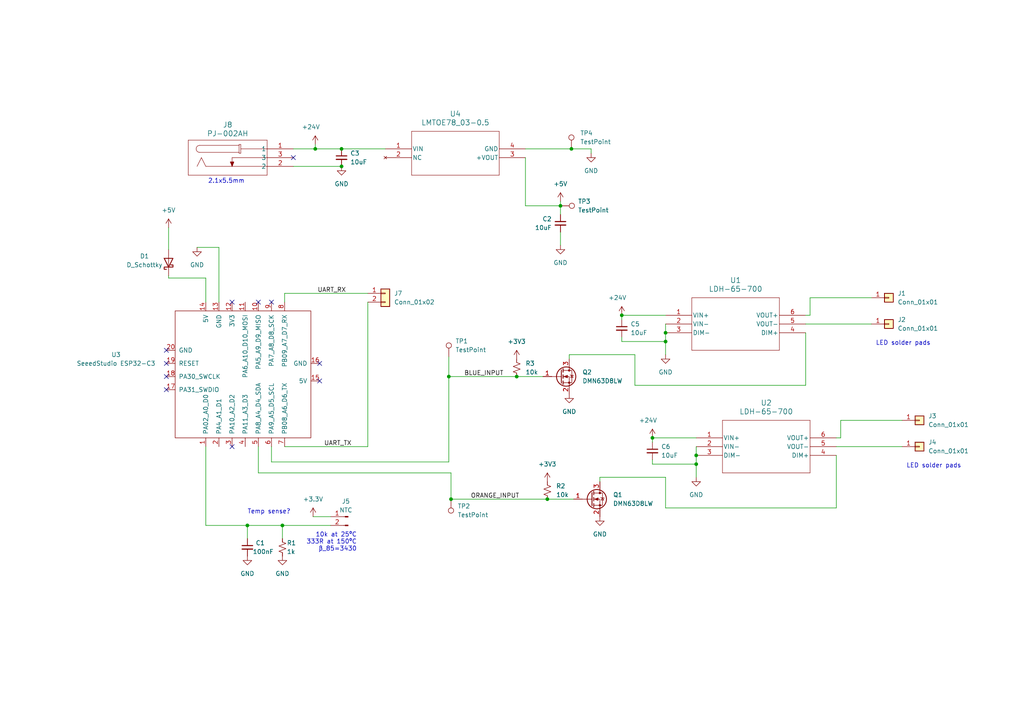
<source format=kicad_sch>
(kicad_sch (version 20230121) (generator eeschema)
  (paper "A4")
  (lib_symbols
    (symbol "Connector:Conn_01x02_Pin" (pin_names (offset 1.016) hide)
      (property "Reference" "J" (at 0 2.54 0))
      (property "Value" "Conn_01x02_Pin" (at 0 -5.08 0))
      (symbol "Conn_01x02_Pin_1_1"
        (polyline (pts (xy 1.27 -2.54) (xy 0.8636 -2.54)) (stroke (width 0.1524)))
        (polyline (pts (xy 1.27 0) (xy 0.8636 0)) (stroke (width 0.1524)))
        (rectangle (start 0.8636 -2.413) (end 0 -2.667) (stroke (width 0.1524)) (fill (type outline)))
        (rectangle (start 0.8636 0.127) (end 0 -0.127) (stroke (width 0.1524)) (fill (type outline)))
        (pin passive line (at 5.08 0 180) (length 3.81) (name "Pin_1") (number "1"))
        (pin passive line (at 5.08 -2.54 180) (length 3.81) (name "Pin_2") (number "2"))
      )
    )
    (symbol "Connector:TestPoint" (pin_numbers hide) (pin_names (offset 0.762) hide)
      (property "Reference" "TP" (at 0 6.858 0))
      (property "Value" "TestPoint" (at 0 5.08 0))
      (symbol "TestPoint_0_1"
        (circle (center 0 3.302) (radius 0.762))
      )
      (symbol "TestPoint_1_1"
        (pin passive line (at 0 0 90) (length 2.54) (name "1") (number "1"))
      )
    )
    (symbol "Connector_Generic:Conn_01x01" (pin_names (offset 1.016) hide)
      (property "Reference" "J" (at 0 2.54 0))
      (property "Value" "Conn_01x01" (at 0 -2.54 0))
      (symbol "Conn_01x01_1_1"
        (rectangle (start -1.27 0.127) (end 0 -0.127) (stroke (width 0.1524)))
        (rectangle (start -1.27 1.27) (end 1.27 -1.27) (stroke (width 0.254)) (fill (type background)))
        (pin passive line (at -5.08 0 0) (length 3.81) (name "Pin_1") (number "1"))
      )
    )
    (symbol "Connector_Generic:Conn_01x02" (pin_names (offset 1.016) hide)
      (property "Reference" "J" (at 0 2.54 0))
      (property "Value" "Conn_01x02" (at 0 -5.08 0))
      (symbol "Conn_01x02_1_1"
        (rectangle (start -1.27 -2.413) (end 0 -2.667) (stroke (width 0.1524)))
        (rectangle (start -1.27 0.127) (end 0 -0.127) (stroke (width 0.1524)))
        (rectangle (start -1.27 1.27) (end 1.27 -3.81) (stroke (width 0.254)) (fill (type background)))
        (pin passive line (at -5.08 0 0) (length 3.81) (name "Pin_1") (number "1"))
        (pin passive line (at -5.08 -2.54 0) (length 3.81) (name "Pin_2") (number "2"))
      )
    )
    (symbol "Device:C_Small" (pin_numbers hide) (pin_names (offset 0.254) hide)
      (property "Reference" "C" (at 0.254 1.778 0))
      (property "Value" "C_Small" (at 0.254 -2.032 0))
      (symbol "C_Small_0_1"
        (polyline (pts (xy -1.524 -0.508) (xy 1.524 -0.508)) (stroke (width 0.3302)))
        (polyline (pts (xy -1.524 0.508) (xy 1.524 0.508)) (stroke (width 0.3048)))
      )
      (symbol "C_Small_1_1"
        (pin passive line (at 0 2.54 270) (length 2.032) (name "~") (number "1"))
        (pin passive line (at 0 -2.54 90) (length 2.032) (name "~") (number "2"))
      )
    )
    (symbol "Device:D_Schottky" (pin_numbers hide) (pin_names (offset 1.016) hide)
      (property "Reference" "D" (at 0 2.54 0))
      (property "Value" "D_Schottky" (at 0 -2.54 0))
      (symbol "D_Schottky_0_1"
        (polyline (pts (xy 1.27 0) (xy -1.27 0)))
        (polyline (pts (xy 1.27 1.27) (xy 1.27 -1.27) (xy -1.27 0) (xy 1.27 1.27)) (stroke (width 0.254)))
        (polyline (pts (xy -1.905 0.635) (xy -1.905 1.27) (xy -1.27 1.27) (xy -1.27 -1.27) (xy -0.635 -1.27) (xy -0.635 -0.635)) (stroke (width 0.254)))
      )
      (symbol "D_Schottky_1_1"
        (pin passive line (at -3.81 0 0) (length 2.54) (name "K") (number "1"))
        (pin passive line (at 3.81 0 180) (length 2.54) (name "A") (number "2"))
      )
    )
    (symbol "Device:Q_NMOS_GSD" (pin_names (offset 0) hide)
      (property "Reference" "Q" (at 5.08 1.27 0))
      (property "Value" "Q_NMOS_GSD" (at 5.08 -1.27 0))
      (symbol "Q_NMOS_GSD_0_1"
        (polyline (pts (xy 0.254 0) (xy -2.54 0)))
        (polyline (pts (xy 0.254 1.905) (xy 0.254 -1.905)) (stroke (width 0.254)))
        (polyline (pts (xy 0.762 -1.27) (xy 0.762 -2.286)) (stroke (width 0.254)))
        (polyline (pts (xy 0.762 0.508) (xy 0.762 -0.508)) (stroke (width 0.254)))
        (polyline (pts (xy 0.762 2.286) (xy 0.762 1.27)) (stroke (width 0.254)))
        (polyline (pts (xy 2.54 2.54) (xy 2.54 1.778)))
        (polyline (pts (xy 2.54 -2.54) (xy 2.54 0) (xy 0.762 0)))
        (polyline (pts (xy 0.762 -1.778) (xy 3.302 -1.778) (xy 3.302 1.778) (xy 0.762 1.778)))
        (polyline (pts (xy 1.016 0) (xy 2.032 0.381) (xy 2.032 -0.381) (xy 1.016 0)) (fill (type outline)))
        (polyline (pts (xy 2.794 0.508) (xy 2.921 0.381) (xy 3.683 0.381) (xy 3.81 0.254)))
        (polyline (pts (xy 3.302 0.381) (xy 2.921 -0.254) (xy 3.683 -0.254) (xy 3.302 0.381)))
        (circle (center 1.651 0) (radius 2.794) (stroke (width 0.254)))
        (circle (center 2.54 -1.778) (radius 0.254) (fill (type outline)))
        (circle (center 2.54 1.778) (radius 0.254) (fill (type outline)))
      )
      (symbol "Q_NMOS_GSD_1_1"
        (pin input line (at -5.08 0 0) (length 2.54) (name "G") (number "1"))
        (pin passive line (at 2.54 -5.08 90) (length 2.54) (name "S") (number "2"))
        (pin passive line (at 2.54 5.08 270) (length 2.54) (name "D") (number "3"))
      )
    )
    (symbol "Device:R_Small_US" (pin_numbers hide) (pin_names (offset 0.254) hide)
      (property "Reference" "R" (at 0.762 0.508 0))
      (property "Value" "R_Small_US" (at 0.762 -1.016 0))
      (symbol "R_Small_US_1_1"
        (polyline (pts (xy 0 0) (xy 1.016 -0.381) (xy 0 -0.762) (xy -1.016 -1.143) (xy 0 -1.524)))
        (polyline (pts (xy 0 1.524) (xy 1.016 1.143) (xy 0 0.762) (xy -1.016 0.381) (xy 0 0)))
        (pin passive line (at 0 2.54 270) (length 1.016) (name "~") (number "1"))
        (pin passive line (at 0 -2.54 90) (length 1.016) (name "~") (number "2"))
      )
    )
    (symbol "power:+24V" (power) (pin_names (offset 0))
      (property "Value" "+24V" (at 0 3.556 0))
      (symbol "+24V_0_1"
        (polyline (pts (xy -0.762 1.27) (xy 0 2.54)))
        (polyline (pts (xy 0 0) (xy 0 2.54)))
        (polyline (pts (xy 0 2.54) (xy 0.762 1.27)))
      )
      (symbol "+24V_1_1"
        (pin power_in line (at 0 0 90) (length 0) hide (name "+24V") (number "1"))
      )
    )
    (symbol "power:+3.3V" (power) (pin_names (offset 0))
      (property "Value" "+3.3V" (at 0 3.556 0))
      (symbol "+3.3V_0_1"
        (polyline (pts (xy -0.762 1.27) (xy 0 2.54)))
        (polyline (pts (xy 0 0) (xy 0 2.54)))
        (polyline (pts (xy 0 2.54) (xy 0.762 1.27)))
      )
      (symbol "+3.3V_1_1"
        (pin power_in line (at 0 0 90) (length 0) hide (name "+3.3V") (number "1"))
      )
    )
    (symbol "power:+3V3" (power) (pin_names (offset 0))
      (property "Value" "+3V3" (at 0 3.556 0))
      (symbol "+3V3_0_1"
        (polyline (pts (xy -0.762 1.27) (xy 0 2.54)))
        (polyline (pts (xy 0 0) (xy 0 2.54)))
        (polyline (pts (xy 0 2.54) (xy 0.762 1.27)))
      )
      (symbol "+3V3_1_1"
        (pin power_in line (at 0 0 90) (length 0) hide (name "+3V3") (number "1"))
      )
    )
    (symbol "power:+5V" (power) (pin_names (offset 0))
      (property "Value" "+5V" (at 0 3.556 0))
      (symbol "+5V_0_1"
        (polyline (pts (xy -0.762 1.27) (xy 0 2.54)))
        (polyline (pts (xy 0 0) (xy 0 2.54)))
        (polyline (pts (xy 0 2.54) (xy 0.762 1.27)))
      )
      (symbol "+5V_1_1"
        (pin power_in line (at 0 0 90) (length 0) hide (name "+5V") (number "1"))
      )
    )
    (symbol "power:GND" (power) (pin_names (offset 0))
      (property "Value" "GND" (at 0 -3.81 0))
      (symbol "GND_0_1"
        (polyline (pts (xy 0 0) (xy 0 -1.27) (xy 1.27 -1.27) (xy 0 -2.54) (xy -1.27 -1.27) (xy 0 -1.27)))
      )
      (symbol "GND_1_1"
        (pin power_in line (at 0 0 270) (length 0) hide (name "GND") (number "1"))
      )
    )
    (symbol "sunlight_pcb:LDH-65-700" (pin_names (offset 0.254))
      (property "Reference" "U" (at 20.32 10.16 0))
      (property "Value" "LDH-65-700" (at 20.32 7.62 0))
      (symbol "LDH-65-700_0_1"
        (polyline (pts (xy 7.62 -10.16) (xy 33.02 -10.16)) (stroke (width 0.127)))
        (polyline (pts (xy 7.62 5.08) (xy 7.62 -10.16)) (stroke (width 0.127)))
        (polyline (pts (xy 33.02 -10.16) (xy 33.02 5.08)) (stroke (width 0.127)))
        (polyline (pts (xy 33.02 5.08) (xy 7.62 5.08)) (stroke (width 0.127)))
        (pin unspecified line (at 0 0 0) (length 7.62) (name "VIN+") (number "1"))
        (pin unspecified line (at 0 -2.54 0) (length 7.62) (name "VIN-") (number "2"))
        (pin unspecified line (at 0 -5.08 0) (length 7.62) (name "DIM-") (number "3"))
        (pin unspecified line (at 40.64 -5.08 180) (length 7.62) (name "DIM+") (number "4"))
        (pin unspecified line (at 40.64 -2.54 180) (length 7.62) (name "VOUT-") (number "5"))
        (pin unspecified line (at 40.64 0 180) (length 7.62) (name "VOUT+") (number "6"))
      )
    )
    (symbol "sunlight_pcb:LMTOE78_03-0.5" (pin_names (offset 0.254))
      (property "Reference" "U" (at 20.32 10.16 0))
      (property "Value" "LMTOE78_03-0.5" (at 20.32 7.62 0))
      (symbol "LMTOE78_03-0.5_0_1"
        (polyline (pts (xy 7.62 -7.62) (xy 33.02 -7.62)) (stroke (width 0.127)))
        (polyline (pts (xy 7.62 5.08) (xy 7.62 -7.62)) (stroke (width 0.127)))
        (polyline (pts (xy 33.02 -7.62) (xy 33.02 5.08)) (stroke (width 0.127)))
        (polyline (pts (xy 33.02 5.08) (xy 7.62 5.08)) (stroke (width 0.127)))
        (pin power_in line (at 0 0 0) (length 7.62) (name "VIN") (number "1"))
        (pin no_connect line (at 0 -2.54 0) (length 7.62) (name "NC") (number "2"))
        (pin output line (at 40.64 -2.54 180) (length 7.62) (name "+VOUT") (number "3"))
        (pin power_out line (at 40.64 0 180) (length 7.62) (name "GND") (number "4"))
      )
    )
    (symbol "sunlight_pcb:PJ-002AH" (pin_names (offset 0.254))
      (property "Reference" "J" (at -17.78 7.62 0))
      (property "Value" "PJ-002AH" (at -17.78 5.08 0))
      (symbol "PJ-002AH_0_1"
        (arc (start -27.178 1.016) (mid -28.1896 0) (end -27.178 -1.016) (stroke (width 0.127)))
        (polyline (pts (xy -30.48 -7.62) (xy -7.62 -7.62)) (stroke (width 0.127)))
        (polyline (pts (xy -30.48 2.54) (xy -30.48 -7.62)) (stroke (width 0.127)))
        (polyline (pts (xy -26.67 -2.54) (xy -27.94 -5.08)) (stroke (width 0.127)))
        (polyline (pts (xy -25.4 -5.08) (xy -26.67 -2.54)) (stroke (width 0.127)))
        (polyline (pts (xy -18.288 -3.81) (xy -17.78 -5.08)) (stroke (width 0.127)))
        (polyline (pts (xy -17.78 -5.08) (xy -17.272 -3.81)) (stroke (width 0.127)))
        (polyline (pts (xy -17.78 -2.54) (xy -17.78 -5.08)) (stroke (width 0.127)))
        (polyline (pts (xy -17.272 -3.81) (xy -18.288 -3.81)) (stroke (width 0.127)))
        (polyline (pts (xy -15.748 -1.27) (xy -15.24 -1.27)) (stroke (width 0.127)))
        (polyline (pts (xy -15.748 -1.016) (xy -27.178 -1.016)) (stroke (width 0.127)))
        (polyline (pts (xy -15.748 1.016) (xy -27.178 1.016)) (stroke (width 0.127)))
        (polyline (pts (xy -15.748 1.27) (xy -15.748 -1.27)) (stroke (width 0.127)))
        (polyline (pts (xy -15.24 1.27) (xy -15.748 1.27)) (stroke (width 0.127)))
        (polyline (pts (xy -15.24 1.27) (xy -15.24 -1.27)) (stroke (width 0.127)))
        (polyline (pts (xy -7.62 -7.62) (xy -7.62 2.54)) (stroke (width 0.127)))
        (polyline (pts (xy -7.62 -5.08) (xy -25.4 -5.08)) (stroke (width 0.127)))
        (polyline (pts (xy -7.62 -2.54) (xy -17.78 -2.54)) (stroke (width 0.127)))
        (polyline (pts (xy -7.62 0) (xy -15.24 0)) (stroke (width 0.127)))
        (polyline (pts (xy -7.62 2.54) (xy -30.48 2.54)) (stroke (width 0.127)))
        (polyline (pts (xy -18.288 -3.81) (xy -17.272 -3.81) (xy -17.78 -5.08)) (fill (type outline)))
        (pin unspecified line (at 0 0 180) (length 7.62) (name "1") (number "1"))
        (pin unspecified line (at 0 -5.08 180) (length 7.62) (name "2") (number "2"))
        (pin unspecified line (at 0 -2.54 180) (length 7.62) (name "3") (number "3"))
      )
    )
    (symbol "sunlight_pcb:Seeed Studio XIAO SAMD21" (pin_names (offset 1.016))
      (property "Reference" "U" (at -19.05 22.86 0))
      (property "Value" "Seeed Studio XIAO SAMD21" (at -12.7 21.59 0))
      (symbol "Seeed Studio XIAO SAMD21_0_1"
        (rectangle (start -19.05 20.32) (end 17.78 -19.05))
      )
      (symbol "Seeed Studio XIAO SAMD21_1_1"
        (pin unspecified line (at -21.59 11.43 0) (length 2.54) (name "PA02_A0_D0") (number "1"))
        (pin unspecified line (at 20.32 -3.81 180) (length 2.54) (name "PA5_A9_D9_MISO") (number "10"))
        (pin unspecified line (at 20.32 0 180) (length 2.54) (name "PA6_A10_D10_MOSI") (number "11"))
        (pin unspecified line (at 20.32 3.81 180) (length 2.54) (name "3V3") (number "12"))
        (pin unspecified line (at 20.32 7.62 180) (length 2.54) (name "GND") (number "13"))
        (pin unspecified line (at 20.32 11.43 180) (length 2.54) (name "5V") (number "14"))
        (pin input line (at -2.54 -21.59 90) (length 2.54) (name "5V") (number "15"))
        (pin input line (at 2.54 -21.59 90) (length 2.54) (name "GND") (number "16"))
        (pin input line (at -5.08 22.86 270) (length 2.54) (name "PA31_SWDIO") (number "17"))
        (pin input line (at -1.27 22.86 270) (length 2.54) (name "PA30_SWCLK") (number "18"))
        (pin input line (at 2.54 22.86 270) (length 2.54) (name "RESET") (number "19"))
        (pin unspecified line (at -21.59 7.62 0) (length 2.54) (name "PA4_A1_D1") (number "2"))
        (pin input line (at 6.35 22.86 270) (length 2.54) (name "GND") (number "20"))
        (pin unspecified line (at -21.59 3.81 0) (length 2.54) (name "PA10_A2_D2") (number "3"))
        (pin unspecified line (at -21.59 0 0) (length 2.54) (name "PA11_A3_D3") (number "4"))
        (pin unspecified line (at -21.59 -3.81 0) (length 2.54) (name "PA8_A4_D4_SDA") (number "5"))
        (pin unspecified line (at -21.59 -7.62 0) (length 2.54) (name "PA9_A5_D5_SCL") (number "6"))
        (pin unspecified line (at -21.59 -11.43 0) (length 2.54) (name "PB08_A6_D6_TX") (number "7"))
        (pin unspecified line (at 20.32 -11.43 180) (length 2.54) (name "PB09_A7_D7_RX") (number "8"))
        (pin unspecified line (at 20.32 -7.62 180) (length 2.54) (name "PA7_A8_D8_SCK") (number "9"))
      )
    )
  )
  (junction (at 149.86 109.22))
  (junction (at 130.81 144.78))
  (junction (at 99.06 43.18))
  (junction (at 201.93 134.62))
  (junction (at 91.44 43.18))
  (junction (at 99.06 48.26))
  (junction (at 180.34 91.44))
  (junction (at 158.75 144.78))
  (junction (at 165.735 43.18))
  (junction (at 81.915 152.4))
  (junction (at 189.23 127))
  (junction (at 193.04 96.52))
  (junction (at 130.175 109.22))
  (junction (at 71.755 152.4))
  (junction (at 193.04 99.06))
  (junction (at 201.93 132.08))
  (junction (at 162.56 59.69))
  (no_connect (at 78.74 87.63))
  (no_connect (at 85.09 45.72))
  (no_connect (at 67.31 87.63))
  (no_connect (at 92.71 110.49))
  (no_connect (at 48.26 105.41))
  (no_connect (at 92.71 105.41))
  (no_connect (at 67.31 129.54))
  (no_connect (at 48.26 109.22))
  (no_connect (at 48.26 101.6))
  (no_connect (at 74.93 87.63))
  (no_connect (at 48.26 113.03))
  (wire (pts (xy 130.175 103.505) (xy 130.175 109.22)))
  (wire (pts (xy 234.95 86.36) (xy 234.95 91.44)))
  (wire (pts (xy 180.34 97.79) (xy 180.34 99.06)))
  (wire (pts (xy 59.69 152.4) (xy 71.755 152.4)))
  (wire (pts (xy 201.93 127) (xy 189.23 127)))
  (wire (pts (xy 82.55 85.09) (xy 106.68 85.09)))
  (wire (pts (xy 173.99 138.43) (xy 193.04 138.43)))
  (wire (pts (xy 162.56 67.31) (xy 162.56 71.12)))
  (wire (pts (xy 201.93 129.54) (xy 201.93 132.08)))
  (wire (pts (xy 252.73 93.98) (xy 233.68 93.98)))
  (wire (pts (xy 130.175 109.22) (xy 149.86 109.22)))
  (wire (pts (xy 82.55 129.54) (xy 106.68 129.54)))
  (wire (pts (xy 193.04 96.52) (xy 193.04 99.06)))
  (wire (pts (xy 242.57 147.32) (xy 242.57 132.08)))
  (wire (pts (xy 162.56 62.23) (xy 162.56 59.69)))
  (wire (pts (xy 158.75 144.78) (xy 166.37 144.78)))
  (wire (pts (xy 81.915 152.4) (xy 81.915 156.21)))
  (wire (pts (xy 180.34 91.44) (xy 180.34 92.71)))
  (wire (pts (xy 48.895 80.01) (xy 48.895 80.645)))
  (wire (pts (xy 130.175 133.985) (xy 130.175 109.22)))
  (wire (pts (xy 99.06 43.18) (xy 111.76 43.18)))
  (wire (pts (xy 165.1 102.87) (xy 184.15 102.87)))
  (wire (pts (xy 59.69 129.54) (xy 59.69 152.4)))
  (wire (pts (xy 243.84 127) (xy 242.57 127)))
  (wire (pts (xy 57.15 71.755) (xy 63.5 71.755)))
  (wire (pts (xy 152.4 45.72) (xy 152.4 59.69)))
  (wire (pts (xy 48.895 66.04) (xy 48.895 72.39)))
  (wire (pts (xy 261.62 129.54) (xy 242.57 129.54)))
  (wire (pts (xy 243.84 121.92) (xy 243.84 127)))
  (wire (pts (xy 95.885 152.4) (xy 81.915 152.4)))
  (wire (pts (xy 63.5 71.755) (xy 63.5 87.63)))
  (wire (pts (xy 130.81 144.78) (xy 158.75 144.78)))
  (wire (pts (xy 180.34 99.06) (xy 193.04 99.06)))
  (wire (pts (xy 162.56 59.69) (xy 162.56 58.42)))
  (wire (pts (xy 74.93 137.16) (xy 130.81 137.16)))
  (wire (pts (xy 165.735 43.18) (xy 171.45 43.18)))
  (wire (pts (xy 85.09 48.26) (xy 99.06 48.26)))
  (wire (pts (xy 233.68 111.76) (xy 233.68 96.52)))
  (wire (pts (xy 193.04 147.32) (xy 193.04 138.43)))
  (wire (pts (xy 189.23 134.62) (xy 201.93 134.62)))
  (wire (pts (xy 78.74 133.985) (xy 130.175 133.985)))
  (wire (pts (xy 193.04 99.06) (xy 193.04 102.87)))
  (wire (pts (xy 106.68 129.54) (xy 106.68 87.63)))
  (wire (pts (xy 184.15 111.76) (xy 233.68 111.76)))
  (wire (pts (xy 152.4 43.18) (xy 165.735 43.18)))
  (wire (pts (xy 173.99 138.43) (xy 173.99 139.7)))
  (wire (pts (xy 201.93 134.62) (xy 201.93 138.43)))
  (wire (pts (xy 189.23 127) (xy 189.23 128.27)))
  (wire (pts (xy 81.915 152.4) (xy 71.755 152.4)))
  (wire (pts (xy 78.74 129.54) (xy 78.74 133.985)))
  (wire (pts (xy 193.04 91.44) (xy 180.34 91.44)))
  (wire (pts (xy 193.04 93.98) (xy 193.04 96.52)))
  (wire (pts (xy 193.04 147.32) (xy 242.57 147.32)))
  (wire (pts (xy 91.44 43.18) (xy 91.44 41.91)))
  (wire (pts (xy 48.895 80.645) (xy 59.69 80.645)))
  (wire (pts (xy 91.44 43.18) (xy 99.06 43.18)))
  (wire (pts (xy 234.95 91.44) (xy 233.68 91.44)))
  (wire (pts (xy 59.69 80.645) (xy 59.69 87.63)))
  (wire (pts (xy 152.4 59.69) (xy 162.56 59.69)))
  (wire (pts (xy 201.93 132.08) (xy 201.93 134.62)))
  (wire (pts (xy 95.885 149.86) (xy 90.805 149.86)))
  (wire (pts (xy 85.09 43.18) (xy 91.44 43.18)))
  (wire (pts (xy 252.73 86.36) (xy 234.95 86.36)))
  (wire (pts (xy 171.45 43.18) (xy 171.45 44.45)))
  (wire (pts (xy 184.15 111.76) (xy 184.15 102.87)))
  (wire (pts (xy 74.93 129.54) (xy 74.93 137.16)))
  (wire (pts (xy 149.86 109.22) (xy 157.48 109.22)))
  (wire (pts (xy 189.23 133.35) (xy 189.23 134.62)))
  (wire (pts (xy 71.755 152.4) (xy 71.755 156.21)))
  (wire (pts (xy 130.81 137.16) (xy 130.81 144.78)))
  (wire (pts (xy 82.55 85.09) (xy 82.55 87.63)))
  (wire (pts (xy 261.62 121.92) (xy 243.84 121.92)))
  (wire (pts (xy 165.1 102.87) (xy 165.1 104.14)))
  (text "LED solder pads" (at 254 100.33 0) (effects (font (size 1.27 1.27)) (justify left bottom)))
  (text "2.1x5.5mm" (at 60.325 53.34 0) (effects (font (size 1.27 1.27)) (justify left bottom)))
  (text "LED solder pads" (at 262.89 135.89 0) (effects (font (size 1.27 1.27)) (justify left bottom)))
  (text "Temp sense?" (at 71.755 149.225 0) (effects (font (size 1.27 1.27)) (justify left bottom)))
  (text "10k at 25ºC\n333R at 150ºC\nβ_85=3430\n" (at 103.505 160.02 0) (effects (font (size 1.27 1.27)) (justify right bottom)))
  (label "BLUE_INPUT" (at 134.62 109.22 0))
  (label "UART_TX" (at 93.98 129.54 0))
  (label "ORANGE_INPUT" (at 136.525 144.78 0))
  (label "UART_RX" (at 92.075 85.09 0))
  (symbol (lib_id "Connector_Generic:Conn_01x01") (at 257.81 93.98 0) (unit 1)
    (property "Reference" "J2" (at 260.35 92.71 0) (effects (justify left)))
    (property "Value" "Conn_01x01" (at 260.35 95.25 0) (effects (justify left)))
    (property "Footprint" "Connector_Wire:SolderWire-0.5sqmm_1x01_D0.9mm_OD2.1mm" (effects hide))
  )
  (symbol (lib_id "Connector_Generic:Conn_01x01") (at 266.7 129.54 0) (unit 1)
    (property "Reference" "J4" (at 269.24 128.27 0) (effects (justify left)))
    (property "Value" "Conn_01x01" (at 269.24 130.81 0) (effects (justify left)))
    (property "Footprint" "Connector_Wire:SolderWire-0.5sqmm_1x01_D0.9mm_OD2.1mm" (effects hide))
  )
  (symbol (lib_id "power:GND") (at 165.1 114.3 0) (unit 1)
    (property "Reference" "#PWR013" (effects hide))
    (property "Value" "GND" (at 165.1 119.38 0))
  )
  (symbol (lib_id "power:GND") (at 193.04 102.87 0) (unit 1)
    (property "Reference" "#PWR04" (effects hide))
    (property "Value" "GND" (at 193.04 107.95 0))
  )
  (symbol (lib_id "Device:C_Small") (at 162.56 64.77 0) (mirror y) (unit 1)
    (property "Reference" "C2" (at 160.02 63.5063 0) (effects (justify left)))
    (property "Value" "10uF" (at 160.02 66.0463 0) (effects (justify left)))
    (property "Footprint" "Capacitor_SMD:CP_Elec_5x5.3" (effects hide))
    (property "Datasheet" "https://www.digikey.com/en/products/detail/aishi-capacitors/EMK1VM100D80D00R/16536388" (effects hide))
    (property "MPN" "EMK1VM100D80D00R" (effects hide))
  )
  (symbol (lib_id "power:+24V") (at 180.34 91.44 0) (unit 1)
    (property "Reference" "#PWR011" (effects hide))
    (property "Value" "+24V" (at 179.07 86.36 0))
  )
  (symbol (lib_id "Device:C_Small") (at 71.755 158.75 0) (mirror y) (unit 1)
    (property "Reference" "C1" (at 76.835 157.48 0) (effects (justify left)))
    (property "Value" "100nF" (at 79.375 160.02 0) (effects (justify left)))
    (property "Footprint" "Capacitor_SMD:C_0402_1005Metric" (effects hide))
    (property "Vendor" "LCSC" (effects hide))
    (property "Vendor#" "C100072" (effects hide))
    (property "MPN" "CL05A104KA5NNNC " (effects hide))
  )
  (symbol (lib_id "Connector:TestPoint") (at 165.735 43.18 0) (unit 1)
    (property "Reference" "TP4" (at 168.275 38.608 0) (effects (justify left)))
    (property "Value" "TestPoint" (at 168.275 41.148 0) (effects (justify left)))
  )
  (symbol (lib_id "sunlight_pcb:LDH-65-700") (at 201.93 127 0) (unit 1)
    (property "Reference" "U2" (at 222.25 116.84 0) (effects (font (size 1.524 1.524))))
    (property "Value" "LDH-65-700" (at 222.25 119.38 0) (effects (font (size 1.524 1.524))))
    (property "Footprint" "sunlight_pcb:DIP6_LDH-65_MWU" (effects hide))
    (property "Datasheet" "LDH-65-700" (effects hide))
  )
  (symbol (lib_id "sunlight_pcb:PJ-002AH") (at 85.09 43.18 0) (unit 1)
    (property "Reference" "J8" (at 66.04 36.195 0) (effects (font (size 1.524 1.524))))
    (property "Value" "PJ-002AH" (at 66.04 38.735 0) (effects (font (size 1.524 1.524))))
    (property "Footprint" "sunlight_pcb:CUI_PJ-002AH" (effects hide))
    (property "Datasheet" "PJ-002AH" (effects hide))
  )
  (symbol (lib_id "Device:C_Small") (at 99.06 45.72 0) (unit 1)
    (property "Reference" "C3" (at 101.6 44.4563 0) (effects (justify left)))
    (property "Value" "10uF" (at 101.6 46.9963 0) (effects (justify left)))
    (property "Footprint" "Capacitor_SMD:CP_Elec_5x5.3" (effects hide))
    (property "Datasheet" "https://www.digikey.com/en/products/detail/aishi-capacitors/EMK1VM100D80D00R/16536388" (effects hide))
    (property "MPN" "EMK1VM100D80D00R" (effects hide))
  )
  (symbol (lib_id "Device:R_Small_US") (at 81.915 158.75 180) (unit 1)
    (property "Reference" "R1" (at 83.185 157.48 0) (effects (justify right)))
    (property "Value" "1k" (at 83.185 160.02 0) (effects (justify right)))
    (property "Footprint" "Resistor_SMD:R_0402_1005Metric" (effects hide))
    (property "Vendor" "LCSC" (effects hide))
    (property "Vendor#" "C106235" (effects hide))
    (property "MPN" "RC0402FR-071KL" (effects hide))
  )
  (symbol (lib_id "power:GND") (at 99.06 48.26 0) (unit 1)
    (property "Reference" "#PWR06" (effects hide))
    (property "Value" "GND" (at 99.06 53.34 0))
  )
  (symbol (lib_id "Device:R_Small_US") (at 158.75 142.24 0) (unit 1)
    (property "Reference" "R2" (at 161.29 140.97 0) (effects (justify left)))
    (property "Value" "10k" (at 161.29 143.51 0) (effects (justify left)))
  )
  (symbol (lib_id "Connector_Generic:Conn_01x02") (at 111.76 85.09 0) (unit 1)
    (property "Reference" "J7" (at 114.3 85.09 0) (effects (justify left)))
    (property "Value" "Conn_01x02" (at 114.3 87.63 0) (effects (justify left)))
  )
  (symbol (lib_id "Connector:TestPoint") (at 130.175 103.505 0) (unit 1)
    (property "Reference" "TP1" (at 132.08 98.933 0) (effects (justify left)))
    (property "Value" "TestPoint" (at 132.08 101.473 0) (effects (justify left)))
  )
  (symbol (lib_id "Connector:TestPoint") (at 130.81 144.78 180) (unit 1)
    (property "Reference" "TP2" (at 132.715 146.812 0) (effects (justify right)))
    (property "Value" "TestPoint" (at 132.715 149.352 0) (effects (justify right)))
  )
  (symbol (lib_id "power:GND") (at 81.915 161.29 0) (mirror y) (unit 1)
    (property "Reference" "#PWR02" (effects hide))
    (property "Value" "GND" (at 81.915 166.37 0))
  )
  (symbol (lib_id "power:+3V3") (at 158.75 139.7 0) (unit 1)
    (property "Reference" "#PWR016" (effects hide))
    (property "Value" "+3V3" (at 158.75 134.62 0))
  )
  (symbol (lib_id "Connector_Generic:Conn_01x01") (at 257.81 86.36 0) (unit 1)
    (property "Reference" "J1" (at 260.35 85.09 0) (effects (justify left)))
    (property "Value" "Conn_01x01" (at 260.35 87.63 0) (effects (justify left)))
    (property "Footprint" "Connector_Wire:SolderWire-0.5sqmm_1x01_D0.9mm_OD2.1mm" (effects hide))
  )
  (symbol (lib_id "power:GND") (at 173.99 149.86 0) (unit 1)
    (property "Reference" "#PWR017" (effects hide))
    (property "Value" "GND" (at 173.99 154.94 0))
  )
  (symbol (lib_id "Device:D_Schottky") (at 48.895 76.2 90) (unit 1)
    (property "Reference" "D1" (at 41.91 74.295 90))
    (property "Value" "D_Schottky" (at 41.91 76.835 90))
  )
  (symbol (lib_id "power:GND") (at 201.93 138.43 0) (unit 1)
    (property "Reference" "#PWR015" (effects hide))
    (property "Value" "GND" (at 201.93 143.51 0))
  )
  (symbol (lib_id "Connector:TestPoint") (at 162.56 59.69 270) (unit 1)
    (property "Reference" "TP3" (at 167.64 58.42 90) (effects (justify left)))
    (property "Value" "TestPoint" (at 167.64 60.96 90) (effects (justify left)))
  )
  (symbol (lib_id "Device:C_Small") (at 180.34 95.25 0) (unit 1)
    (property "Reference" "C5" (at 182.88 93.9863 0) (effects (justify left)))
    (property "Value" "10uF" (at 182.88 96.5263 0) (effects (justify left)))
    (property "Footprint" "Capacitor_SMD:CP_Elec_5x5.3" (effects hide))
    (property "Datasheet" "https://www.digikey.com/en/products/detail/aishi-capacitors/EMK1VM100D80D00R/16536388" (effects hide))
    (property "MPN" "EMK1VM100D80D00R" (effects hide))
  )
  (symbol (lib_id "sunlight_pcb:LDH-65-700") (at 193.04 91.44 0) (unit 1)
    (property "Reference" "U1" (at 213.36 81.28 0) (effects (font (size 1.524 1.524))))
    (property "Value" "LDH-65-700" (at 213.36 83.82 0) (effects (font (size 1.524 1.524))))
    (property "Footprint" "sunlight_pcb:DIP6_LDH-65_MWU" (effects hide))
    (property "Datasheet" "LDH-65-700" (effects hide))
  )
  (symbol (lib_id "Device:Q_NMOS_GSD") (at 171.45 144.78 0) (unit 1)
    (property "Reference" "Q1" (at 177.8 143.51 0) (effects (justify left)))
    (property "Value" "DMN63D8LW" (at 177.8 146.05 0) (effects (justify left)))
    (property "Footprint" "Package_TO_SOT_SMD:SOT-323_SC-70_Handsoldering" (effects hide))
  )
  (symbol (lib_id "power:+3V3") (at 149.86 104.14 0) (unit 1)
    (property "Reference" "#PWR014" (effects hide))
    (property "Value" "+3V3" (at 149.86 99.06 0))
  )
  (symbol (lib_id "Device:R_Small_US") (at 149.86 106.68 0) (unit 1)
    (property "Reference" "R3" (at 152.4 105.41 0) (effects (justify left)))
    (property "Value" "10k" (at 152.4 107.95 0) (effects (justify left)))
  )
  (symbol (lib_id "power:GND") (at 71.755 161.29 0) (mirror y) (unit 1)
    (property "Reference" "#PWR03" (effects hide))
    (property "Value" "GND" (at 71.755 166.37 0))
  )
  (symbol (lib_id "Device:C_Small") (at 189.23 130.81 0) (unit 1)
    (property "Reference" "C6" (at 191.77 129.5463 0) (effects (justify left)))
    (property "Value" "10uF" (at 191.77 132.0863 0) (effects (justify left)))
    (property "Footprint" "Capacitor_SMD:CP_Elec_5x5.3" (effects hide))
    (property "Datasheet" "https://www.digikey.com/en/products/detail/aishi-capacitors/EMK1VM100D80D00R/16536388" (effects hide))
    (property "MPN" "EMK1VM100D80D00R" (effects hide))
  )
  (symbol (lib_id "power:+5V") (at 48.895 66.04 0) (unit 1)
    (property "Reference" "#PWR012" (effects hide))
    (property "Value" "+5V" (at 48.895 60.96 0))
  )
  (symbol (lib_id "sunlight_pcb:Seeed Studio XIAO SAMD21") (at 71.12 107.95 90) (unit 1)
    (property "Reference" "U3" (at 33.655 102.87 90))
    (property "Value" "SeeedStudio ESP32-C3" (at 33.655 105.41 90))
    (property "Footprint" "sunlight_pcb:XIAO-ESP32C3-14P-2.54-21X17.8MM" (effects hide))
  )
  (symbol (lib_id "power:GND") (at 57.15 71.755 0) (mirror y) (unit 1)
    (property "Reference" "#PWR09" (effects hide))
    (property "Value" "GND" (at 57.15 76.835 0))
  )
  (symbol (lib_id "power:+3.3V") (at 90.805 149.86 0) (mirror y) (unit 1)
    (property "Reference" "#PWR01" (effects hide))
    (property "Value" "+3.3V" (at 90.805 144.78 0))
  )
  (symbol (lib_id "Connector:Conn_01x02_Pin") (at 100.965 149.86 0) (mirror y) (unit 1) (in_bom no)
    (property "Reference" "J5" (at 100.33 145.415 0))
    (property "Value" "NTC" (at 100.33 147.955 0))
    (property "Footprint" "O32controller:SolderNTC-1.27mm" (effects hide))
  )
  (symbol (lib_id "Connector_Generic:Conn_01x01") (at 266.7 121.92 0) (unit 1)
    (property "Reference" "J3" (at 269.24 120.65 0) (effects (justify left)))
    (property "Value" "Conn_01x01" (at 269.24 123.19 0) (effects (justify left)))
    (property "Footprint" "Connector_Wire:SolderWire-0.5sqmm_1x01_D0.9mm_OD2.1mm" (effects hide))
  )
  (symbol (lib_id "power:+5V") (at 162.56 58.42 0) (mirror y) (unit 1)
    (property "Reference" "#PWR08" (effects hide))
    (property "Value" "+5V" (at 162.56 53.34 0))
  )
  (symbol (lib_id "Device:Q_NMOS_GSD") (at 162.56 109.22 0) (unit 1)
    (property "Reference" "Q2" (at 168.91 107.95 0) (effects (justify left)))
    (property "Value" "DMN63D8LW" (at 168.91 110.49 0) (effects (justify left)))
    (property "Footprint" "Package_TO_SOT_SMD:SOT-323_SC-70_Handsoldering" (effects hide))
  )
  (symbol (lib_id "power:GND") (at 171.45 44.45 0) (unit 1)
    (property "Reference" "#PWR07" (effects hide))
    (property "Value" "GND" (at 171.45 49.53 0))
  )
  (symbol (lib_id "power:+24V") (at 91.44 41.91 0) (unit 1)
    (property "Reference" "#PWR05" (effects hide))
    (property "Value" "+24V" (at 90.17 36.83 0))
  )
  (symbol (lib_id "power:GND") (at 162.56 71.12 0) (mirror y) (unit 1)
    (property "Reference" "#PWR010" (effects hide))
    (property "Value" "GND" (at 162.56 76.2 0))
  )
  (symbol (lib_id "sunlight_pcb:LMTOE78_03-0.5") (at 111.76 43.18 0) (unit 1)
    (property "Reference" "U4" (at 132.08 33.02 0) (effects (font (size 1.524 1.524))))
    (property "Value" "LMTOE78_03-0.5" (at 132.08 35.56 0) (effects (font (size 1.524 1.524))))
    (property "Footprint" "sunlight_pcb:LMTOE78_0.5_GAP" (effects hide))
    (property "Datasheet" "LMTOE78_03-0.5" (effects hide))
  )
  (symbol (lib_id "power:+24V") (at 189.23 127 0) (unit 1)
    (property "Reference" "#PWR018" (effects hide))
    (property "Value" "+24V" (at 187.96 121.92 0))
  )
)
</source>
